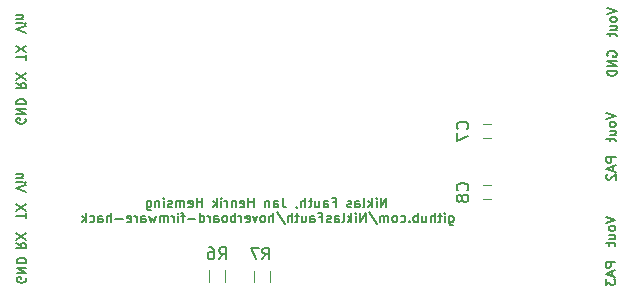
<source format=gbr>
G04 #@! TF.GenerationSoftware,KiCad,Pcbnew,(5.0.0-rc2-dev-107-g49486b83b)*
G04 #@! TF.CreationDate,2018-04-15T19:26:34+02:00*
G04 #@! TF.ProjectId,bobbycar,626F6262796361722E6B696361645F70,rev?*
G04 #@! TF.SameCoordinates,Original*
G04 #@! TF.FileFunction,Legend,Bot*
G04 #@! TF.FilePolarity,Positive*
%FSLAX46Y46*%
G04 Gerber Fmt 4.6, Leading zero omitted, Abs format (unit mm)*
G04 Created by KiCad (PCBNEW (5.0.0-rc2-dev-107-g49486b83b)) date Sun Apr 15 19:26:34 2018*
%MOMM*%
%LPD*%
G01*
G04 APERTURE LIST*
%ADD10C,0.150000*%
%ADD11C,0.200000*%
%ADD12C,0.120000*%
G04 APERTURE END LIST*
D10*
X137907380Y-104857571D02*
X137907380Y-105505190D01*
X137945476Y-105581380D01*
X137983571Y-105619476D01*
X138059761Y-105657571D01*
X138174047Y-105657571D01*
X138250238Y-105619476D01*
X137907380Y-105352809D02*
X137983571Y-105390904D01*
X138135952Y-105390904D01*
X138212142Y-105352809D01*
X138250238Y-105314714D01*
X138288333Y-105238523D01*
X138288333Y-105009952D01*
X138250238Y-104933761D01*
X138212142Y-104895666D01*
X138135952Y-104857571D01*
X137983571Y-104857571D01*
X137907380Y-104895666D01*
X137526428Y-105390904D02*
X137526428Y-104857571D01*
X137526428Y-104590904D02*
X137564523Y-104629000D01*
X137526428Y-104667095D01*
X137488333Y-104629000D01*
X137526428Y-104590904D01*
X137526428Y-104667095D01*
X137259761Y-104857571D02*
X136955000Y-104857571D01*
X137145476Y-104590904D02*
X137145476Y-105276619D01*
X137107380Y-105352809D01*
X137031190Y-105390904D01*
X136955000Y-105390904D01*
X136688333Y-105390904D02*
X136688333Y-104590904D01*
X136345476Y-105390904D02*
X136345476Y-104971857D01*
X136383571Y-104895666D01*
X136459761Y-104857571D01*
X136574047Y-104857571D01*
X136650238Y-104895666D01*
X136688333Y-104933761D01*
X135621666Y-104857571D02*
X135621666Y-105390904D01*
X135964523Y-104857571D02*
X135964523Y-105276619D01*
X135926428Y-105352809D01*
X135850238Y-105390904D01*
X135735952Y-105390904D01*
X135659761Y-105352809D01*
X135621666Y-105314714D01*
X135240714Y-105390904D02*
X135240714Y-104590904D01*
X135240714Y-104895666D02*
X135164523Y-104857571D01*
X135012142Y-104857571D01*
X134935952Y-104895666D01*
X134897857Y-104933761D01*
X134859761Y-105009952D01*
X134859761Y-105238523D01*
X134897857Y-105314714D01*
X134935952Y-105352809D01*
X135012142Y-105390904D01*
X135164523Y-105390904D01*
X135240714Y-105352809D01*
X134516904Y-105314714D02*
X134478809Y-105352809D01*
X134516904Y-105390904D01*
X134555000Y-105352809D01*
X134516904Y-105314714D01*
X134516904Y-105390904D01*
X133793095Y-105352809D02*
X133869285Y-105390904D01*
X134021666Y-105390904D01*
X134097857Y-105352809D01*
X134135952Y-105314714D01*
X134174047Y-105238523D01*
X134174047Y-105009952D01*
X134135952Y-104933761D01*
X134097857Y-104895666D01*
X134021666Y-104857571D01*
X133869285Y-104857571D01*
X133793095Y-104895666D01*
X133335952Y-105390904D02*
X133412142Y-105352809D01*
X133450238Y-105314714D01*
X133488333Y-105238523D01*
X133488333Y-105009952D01*
X133450238Y-104933761D01*
X133412142Y-104895666D01*
X133335952Y-104857571D01*
X133221666Y-104857571D01*
X133145476Y-104895666D01*
X133107380Y-104933761D01*
X133069285Y-105009952D01*
X133069285Y-105238523D01*
X133107380Y-105314714D01*
X133145476Y-105352809D01*
X133221666Y-105390904D01*
X133335952Y-105390904D01*
X132726428Y-105390904D02*
X132726428Y-104857571D01*
X132726428Y-104933761D02*
X132688333Y-104895666D01*
X132612142Y-104857571D01*
X132497857Y-104857571D01*
X132421666Y-104895666D01*
X132383571Y-104971857D01*
X132383571Y-105390904D01*
X132383571Y-104971857D02*
X132345476Y-104895666D01*
X132269285Y-104857571D01*
X132155000Y-104857571D01*
X132078809Y-104895666D01*
X132040714Y-104971857D01*
X132040714Y-105390904D01*
X131088333Y-104552809D02*
X131774047Y-105581380D01*
X130821666Y-105390904D02*
X130821666Y-104590904D01*
X130364523Y-105390904D01*
X130364523Y-104590904D01*
X129983571Y-105390904D02*
X129983571Y-104857571D01*
X129983571Y-104590904D02*
X130021666Y-104629000D01*
X129983571Y-104667095D01*
X129945476Y-104629000D01*
X129983571Y-104590904D01*
X129983571Y-104667095D01*
X129602619Y-105390904D02*
X129602619Y-104590904D01*
X129526428Y-105086142D02*
X129297857Y-105390904D01*
X129297857Y-104857571D02*
X129602619Y-105162333D01*
X128840714Y-105390904D02*
X128916904Y-105352809D01*
X128955000Y-105276619D01*
X128955000Y-104590904D01*
X128193095Y-105390904D02*
X128193095Y-104971857D01*
X128231190Y-104895666D01*
X128307380Y-104857571D01*
X128459761Y-104857571D01*
X128535952Y-104895666D01*
X128193095Y-105352809D02*
X128269285Y-105390904D01*
X128459761Y-105390904D01*
X128535952Y-105352809D01*
X128574047Y-105276619D01*
X128574047Y-105200428D01*
X128535952Y-105124238D01*
X128459761Y-105086142D01*
X128269285Y-105086142D01*
X128193095Y-105048047D01*
X127850238Y-105352809D02*
X127774047Y-105390904D01*
X127621666Y-105390904D01*
X127545476Y-105352809D01*
X127507380Y-105276619D01*
X127507380Y-105238523D01*
X127545476Y-105162333D01*
X127621666Y-105124238D01*
X127735952Y-105124238D01*
X127812142Y-105086142D01*
X127850238Y-105009952D01*
X127850238Y-104971857D01*
X127812142Y-104895666D01*
X127735952Y-104857571D01*
X127621666Y-104857571D01*
X127545476Y-104895666D01*
X126897857Y-104971857D02*
X127164523Y-104971857D01*
X127164523Y-105390904D02*
X127164523Y-104590904D01*
X126783571Y-104590904D01*
X126135952Y-105390904D02*
X126135952Y-104971857D01*
X126174047Y-104895666D01*
X126250238Y-104857571D01*
X126402619Y-104857571D01*
X126478809Y-104895666D01*
X126135952Y-105352809D02*
X126212142Y-105390904D01*
X126402619Y-105390904D01*
X126478809Y-105352809D01*
X126516904Y-105276619D01*
X126516904Y-105200428D01*
X126478809Y-105124238D01*
X126402619Y-105086142D01*
X126212142Y-105086142D01*
X126135952Y-105048047D01*
X125412142Y-104857571D02*
X125412142Y-105390904D01*
X125755000Y-104857571D02*
X125755000Y-105276619D01*
X125716904Y-105352809D01*
X125640714Y-105390904D01*
X125526428Y-105390904D01*
X125450238Y-105352809D01*
X125412142Y-105314714D01*
X125145476Y-104857571D02*
X124840714Y-104857571D01*
X125031190Y-104590904D02*
X125031190Y-105276619D01*
X124993095Y-105352809D01*
X124916904Y-105390904D01*
X124840714Y-105390904D01*
X124574047Y-105390904D02*
X124574047Y-104590904D01*
X124231190Y-105390904D02*
X124231190Y-104971857D01*
X124269285Y-104895666D01*
X124345476Y-104857571D01*
X124459761Y-104857571D01*
X124535952Y-104895666D01*
X124574047Y-104933761D01*
X123278809Y-104552809D02*
X123964523Y-105581380D01*
X123012142Y-105390904D02*
X123012142Y-104590904D01*
X122669285Y-105390904D02*
X122669285Y-104971857D01*
X122707380Y-104895666D01*
X122783571Y-104857571D01*
X122897857Y-104857571D01*
X122974047Y-104895666D01*
X123012142Y-104933761D01*
X122174047Y-105390904D02*
X122250238Y-105352809D01*
X122288333Y-105314714D01*
X122326428Y-105238523D01*
X122326428Y-105009952D01*
X122288333Y-104933761D01*
X122250238Y-104895666D01*
X122174047Y-104857571D01*
X122059761Y-104857571D01*
X121983571Y-104895666D01*
X121945476Y-104933761D01*
X121907380Y-105009952D01*
X121907380Y-105238523D01*
X121945476Y-105314714D01*
X121983571Y-105352809D01*
X122059761Y-105390904D01*
X122174047Y-105390904D01*
X121640714Y-104857571D02*
X121450238Y-105390904D01*
X121259761Y-104857571D01*
X120650238Y-105352809D02*
X120726428Y-105390904D01*
X120878809Y-105390904D01*
X120955000Y-105352809D01*
X120993095Y-105276619D01*
X120993095Y-104971857D01*
X120955000Y-104895666D01*
X120878809Y-104857571D01*
X120726428Y-104857571D01*
X120650238Y-104895666D01*
X120612142Y-104971857D01*
X120612142Y-105048047D01*
X120993095Y-105124238D01*
X120269285Y-105390904D02*
X120269285Y-104857571D01*
X120269285Y-105009952D02*
X120231190Y-104933761D01*
X120193095Y-104895666D01*
X120116904Y-104857571D01*
X120040714Y-104857571D01*
X119774047Y-105390904D02*
X119774047Y-104590904D01*
X119774047Y-104895666D02*
X119697857Y-104857571D01*
X119545476Y-104857571D01*
X119469285Y-104895666D01*
X119431190Y-104933761D01*
X119393095Y-105009952D01*
X119393095Y-105238523D01*
X119431190Y-105314714D01*
X119469285Y-105352809D01*
X119545476Y-105390904D01*
X119697857Y-105390904D01*
X119774047Y-105352809D01*
X118935952Y-105390904D02*
X119012142Y-105352809D01*
X119050238Y-105314714D01*
X119088333Y-105238523D01*
X119088333Y-105009952D01*
X119050238Y-104933761D01*
X119012142Y-104895666D01*
X118935952Y-104857571D01*
X118821666Y-104857571D01*
X118745476Y-104895666D01*
X118707380Y-104933761D01*
X118669285Y-105009952D01*
X118669285Y-105238523D01*
X118707380Y-105314714D01*
X118745476Y-105352809D01*
X118821666Y-105390904D01*
X118935952Y-105390904D01*
X117983571Y-105390904D02*
X117983571Y-104971857D01*
X118021666Y-104895666D01*
X118097857Y-104857571D01*
X118250238Y-104857571D01*
X118326428Y-104895666D01*
X117983571Y-105352809D02*
X118059761Y-105390904D01*
X118250238Y-105390904D01*
X118326428Y-105352809D01*
X118364523Y-105276619D01*
X118364523Y-105200428D01*
X118326428Y-105124238D01*
X118250238Y-105086142D01*
X118059761Y-105086142D01*
X117983571Y-105048047D01*
X117602619Y-105390904D02*
X117602619Y-104857571D01*
X117602619Y-105009952D02*
X117564523Y-104933761D01*
X117526428Y-104895666D01*
X117450238Y-104857571D01*
X117374047Y-104857571D01*
X116764523Y-105390904D02*
X116764523Y-104590904D01*
X116764523Y-105352809D02*
X116840714Y-105390904D01*
X116993095Y-105390904D01*
X117069285Y-105352809D01*
X117107380Y-105314714D01*
X117145476Y-105238523D01*
X117145476Y-105009952D01*
X117107380Y-104933761D01*
X117069285Y-104895666D01*
X116993095Y-104857571D01*
X116840714Y-104857571D01*
X116764523Y-104895666D01*
X116383571Y-105086142D02*
X115774047Y-105086142D01*
X115507380Y-104857571D02*
X115202619Y-104857571D01*
X115393095Y-105390904D02*
X115393095Y-104705190D01*
X115355000Y-104629000D01*
X115278809Y-104590904D01*
X115202619Y-104590904D01*
X114935952Y-105390904D02*
X114935952Y-104857571D01*
X114935952Y-104590904D02*
X114974047Y-104629000D01*
X114935952Y-104667095D01*
X114897857Y-104629000D01*
X114935952Y-104590904D01*
X114935952Y-104667095D01*
X114555000Y-105390904D02*
X114555000Y-104857571D01*
X114555000Y-105009952D02*
X114516904Y-104933761D01*
X114478809Y-104895666D01*
X114402619Y-104857571D01*
X114326428Y-104857571D01*
X114059761Y-105390904D02*
X114059761Y-104857571D01*
X114059761Y-104933761D02*
X114021666Y-104895666D01*
X113945476Y-104857571D01*
X113831190Y-104857571D01*
X113755000Y-104895666D01*
X113716904Y-104971857D01*
X113716904Y-105390904D01*
X113716904Y-104971857D02*
X113678809Y-104895666D01*
X113602619Y-104857571D01*
X113488333Y-104857571D01*
X113412142Y-104895666D01*
X113374047Y-104971857D01*
X113374047Y-105390904D01*
X113069285Y-104857571D02*
X112916904Y-105390904D01*
X112764523Y-105009952D01*
X112612142Y-105390904D01*
X112459761Y-104857571D01*
X111812142Y-105390904D02*
X111812142Y-104971857D01*
X111850238Y-104895666D01*
X111926428Y-104857571D01*
X112078809Y-104857571D01*
X112155000Y-104895666D01*
X111812142Y-105352809D02*
X111888333Y-105390904D01*
X112078809Y-105390904D01*
X112155000Y-105352809D01*
X112193095Y-105276619D01*
X112193095Y-105200428D01*
X112155000Y-105124238D01*
X112078809Y-105086142D01*
X111888333Y-105086142D01*
X111812142Y-105048047D01*
X111431190Y-105390904D02*
X111431190Y-104857571D01*
X111431190Y-105009952D02*
X111393095Y-104933761D01*
X111355000Y-104895666D01*
X111278809Y-104857571D01*
X111202619Y-104857571D01*
X110631190Y-105352809D02*
X110707380Y-105390904D01*
X110859761Y-105390904D01*
X110935952Y-105352809D01*
X110974047Y-105276619D01*
X110974047Y-104971857D01*
X110935952Y-104895666D01*
X110859761Y-104857571D01*
X110707380Y-104857571D01*
X110631190Y-104895666D01*
X110593095Y-104971857D01*
X110593095Y-105048047D01*
X110974047Y-105124238D01*
X110250238Y-105086142D02*
X109640714Y-105086142D01*
X109259761Y-105390904D02*
X109259761Y-104590904D01*
X108916904Y-105390904D02*
X108916904Y-104971857D01*
X108955000Y-104895666D01*
X109031190Y-104857571D01*
X109145476Y-104857571D01*
X109221666Y-104895666D01*
X109259761Y-104933761D01*
X108193095Y-105390904D02*
X108193095Y-104971857D01*
X108231190Y-104895666D01*
X108307380Y-104857571D01*
X108459761Y-104857571D01*
X108535952Y-104895666D01*
X108193095Y-105352809D02*
X108269285Y-105390904D01*
X108459761Y-105390904D01*
X108535952Y-105352809D01*
X108574047Y-105276619D01*
X108574047Y-105200428D01*
X108535952Y-105124238D01*
X108459761Y-105086142D01*
X108269285Y-105086142D01*
X108193095Y-105048047D01*
X107469285Y-105352809D02*
X107545476Y-105390904D01*
X107697857Y-105390904D01*
X107774047Y-105352809D01*
X107812142Y-105314714D01*
X107850238Y-105238523D01*
X107850238Y-105009952D01*
X107812142Y-104933761D01*
X107774047Y-104895666D01*
X107697857Y-104857571D01*
X107545476Y-104857571D01*
X107469285Y-104895666D01*
X107126428Y-105390904D02*
X107126428Y-104590904D01*
X107050238Y-105086142D02*
X106821666Y-105390904D01*
X106821666Y-104857571D02*
X107126428Y-105162333D01*
X132580380Y-104120904D02*
X132580380Y-103320904D01*
X132123238Y-104120904D01*
X132123238Y-103320904D01*
X131742285Y-104120904D02*
X131742285Y-103587571D01*
X131742285Y-103320904D02*
X131780380Y-103359000D01*
X131742285Y-103397095D01*
X131704190Y-103359000D01*
X131742285Y-103320904D01*
X131742285Y-103397095D01*
X131361333Y-104120904D02*
X131361333Y-103320904D01*
X131285142Y-103816142D02*
X131056571Y-104120904D01*
X131056571Y-103587571D02*
X131361333Y-103892333D01*
X130599428Y-104120904D02*
X130675619Y-104082809D01*
X130713714Y-104006619D01*
X130713714Y-103320904D01*
X129951809Y-104120904D02*
X129951809Y-103701857D01*
X129989904Y-103625666D01*
X130066095Y-103587571D01*
X130218476Y-103587571D01*
X130294666Y-103625666D01*
X129951809Y-104082809D02*
X130028000Y-104120904D01*
X130218476Y-104120904D01*
X130294666Y-104082809D01*
X130332761Y-104006619D01*
X130332761Y-103930428D01*
X130294666Y-103854238D01*
X130218476Y-103816142D01*
X130028000Y-103816142D01*
X129951809Y-103778047D01*
X129608952Y-104082809D02*
X129532761Y-104120904D01*
X129380380Y-104120904D01*
X129304190Y-104082809D01*
X129266095Y-104006619D01*
X129266095Y-103968523D01*
X129304190Y-103892333D01*
X129380380Y-103854238D01*
X129494666Y-103854238D01*
X129570857Y-103816142D01*
X129608952Y-103739952D01*
X129608952Y-103701857D01*
X129570857Y-103625666D01*
X129494666Y-103587571D01*
X129380380Y-103587571D01*
X129304190Y-103625666D01*
X128047047Y-103701857D02*
X128313714Y-103701857D01*
X128313714Y-104120904D02*
X128313714Y-103320904D01*
X127932761Y-103320904D01*
X127285142Y-104120904D02*
X127285142Y-103701857D01*
X127323238Y-103625666D01*
X127399428Y-103587571D01*
X127551809Y-103587571D01*
X127628000Y-103625666D01*
X127285142Y-104082809D02*
X127361333Y-104120904D01*
X127551809Y-104120904D01*
X127628000Y-104082809D01*
X127666095Y-104006619D01*
X127666095Y-103930428D01*
X127628000Y-103854238D01*
X127551809Y-103816142D01*
X127361333Y-103816142D01*
X127285142Y-103778047D01*
X126561333Y-103587571D02*
X126561333Y-104120904D01*
X126904190Y-103587571D02*
X126904190Y-104006619D01*
X126866095Y-104082809D01*
X126789904Y-104120904D01*
X126675619Y-104120904D01*
X126599428Y-104082809D01*
X126561333Y-104044714D01*
X126294666Y-103587571D02*
X125989904Y-103587571D01*
X126180380Y-103320904D02*
X126180380Y-104006619D01*
X126142285Y-104082809D01*
X126066095Y-104120904D01*
X125989904Y-104120904D01*
X125723238Y-104120904D02*
X125723238Y-103320904D01*
X125380380Y-104120904D02*
X125380380Y-103701857D01*
X125418476Y-103625666D01*
X125494666Y-103587571D01*
X125608952Y-103587571D01*
X125685142Y-103625666D01*
X125723238Y-103663761D01*
X124961333Y-104082809D02*
X124961333Y-104120904D01*
X124999428Y-104197095D01*
X125037523Y-104235190D01*
X123780380Y-103320904D02*
X123780380Y-103892333D01*
X123818476Y-104006619D01*
X123894666Y-104082809D01*
X124008952Y-104120904D01*
X124085142Y-104120904D01*
X123056571Y-104120904D02*
X123056571Y-103701857D01*
X123094666Y-103625666D01*
X123170857Y-103587571D01*
X123323238Y-103587571D01*
X123399428Y-103625666D01*
X123056571Y-104082809D02*
X123132761Y-104120904D01*
X123323238Y-104120904D01*
X123399428Y-104082809D01*
X123437523Y-104006619D01*
X123437523Y-103930428D01*
X123399428Y-103854238D01*
X123323238Y-103816142D01*
X123132761Y-103816142D01*
X123056571Y-103778047D01*
X122675619Y-103587571D02*
X122675619Y-104120904D01*
X122675619Y-103663761D02*
X122637523Y-103625666D01*
X122561333Y-103587571D01*
X122447047Y-103587571D01*
X122370857Y-103625666D01*
X122332761Y-103701857D01*
X122332761Y-104120904D01*
X121342285Y-104120904D02*
X121342285Y-103320904D01*
X121342285Y-103701857D02*
X120885142Y-103701857D01*
X120885142Y-104120904D02*
X120885142Y-103320904D01*
X120199428Y-104082809D02*
X120275619Y-104120904D01*
X120427999Y-104120904D01*
X120504190Y-104082809D01*
X120542285Y-104006619D01*
X120542285Y-103701857D01*
X120504190Y-103625666D01*
X120427999Y-103587571D01*
X120275619Y-103587571D01*
X120199428Y-103625666D01*
X120161333Y-103701857D01*
X120161333Y-103778047D01*
X120542285Y-103854238D01*
X119818476Y-103587571D02*
X119818476Y-104120904D01*
X119818476Y-103663761D02*
X119780380Y-103625666D01*
X119704190Y-103587571D01*
X119589904Y-103587571D01*
X119513714Y-103625666D01*
X119475619Y-103701857D01*
X119475619Y-104120904D01*
X119094666Y-104120904D02*
X119094666Y-103587571D01*
X119094666Y-103739952D02*
X119056571Y-103663761D01*
X119018476Y-103625666D01*
X118942285Y-103587571D01*
X118866095Y-103587571D01*
X118599428Y-104120904D02*
X118599428Y-103587571D01*
X118599428Y-103320904D02*
X118637523Y-103359000D01*
X118599428Y-103397095D01*
X118561333Y-103359000D01*
X118599428Y-103320904D01*
X118599428Y-103397095D01*
X118218476Y-104120904D02*
X118218476Y-103320904D01*
X118142285Y-103816142D02*
X117913714Y-104120904D01*
X117913714Y-103587571D02*
X118218476Y-103892333D01*
X116961333Y-104120904D02*
X116961333Y-103320904D01*
X116961333Y-103701857D02*
X116504190Y-103701857D01*
X116504190Y-104120904D02*
X116504190Y-103320904D01*
X115818476Y-104082809D02*
X115894666Y-104120904D01*
X116047047Y-104120904D01*
X116123238Y-104082809D01*
X116161333Y-104006619D01*
X116161333Y-103701857D01*
X116123238Y-103625666D01*
X116047047Y-103587571D01*
X115894666Y-103587571D01*
X115818476Y-103625666D01*
X115780380Y-103701857D01*
X115780380Y-103778047D01*
X116161333Y-103854238D01*
X115437523Y-104120904D02*
X115437523Y-103587571D01*
X115437523Y-103663761D02*
X115399428Y-103625666D01*
X115323238Y-103587571D01*
X115208952Y-103587571D01*
X115132761Y-103625666D01*
X115094666Y-103701857D01*
X115094666Y-104120904D01*
X115094666Y-103701857D02*
X115056571Y-103625666D01*
X114980380Y-103587571D01*
X114866095Y-103587571D01*
X114789904Y-103625666D01*
X114751809Y-103701857D01*
X114751809Y-104120904D01*
X114408952Y-104082809D02*
X114332761Y-104120904D01*
X114180380Y-104120904D01*
X114104190Y-104082809D01*
X114066095Y-104006619D01*
X114066095Y-103968523D01*
X114104190Y-103892333D01*
X114180380Y-103854238D01*
X114294666Y-103854238D01*
X114370857Y-103816142D01*
X114408952Y-103739952D01*
X114408952Y-103701857D01*
X114370857Y-103625666D01*
X114294666Y-103587571D01*
X114180380Y-103587571D01*
X114104190Y-103625666D01*
X113723238Y-104120904D02*
X113723238Y-103587571D01*
X113723238Y-103320904D02*
X113761333Y-103359000D01*
X113723238Y-103397095D01*
X113685142Y-103359000D01*
X113723238Y-103320904D01*
X113723238Y-103397095D01*
X113342285Y-103587571D02*
X113342285Y-104120904D01*
X113342285Y-103663761D02*
X113304190Y-103625666D01*
X113228000Y-103587571D01*
X113113714Y-103587571D01*
X113037523Y-103625666D01*
X112999428Y-103701857D01*
X112999428Y-104120904D01*
X112275619Y-103587571D02*
X112275619Y-104235190D01*
X112313714Y-104311380D01*
X112351809Y-104349476D01*
X112428000Y-104387571D01*
X112542285Y-104387571D01*
X112618476Y-104349476D01*
X112275619Y-104082809D02*
X112351809Y-104120904D01*
X112504190Y-104120904D01*
X112580380Y-104082809D01*
X112618476Y-104044714D01*
X112656571Y-103968523D01*
X112656571Y-103739952D01*
X112618476Y-103663761D01*
X112580380Y-103625666D01*
X112504190Y-103587571D01*
X112351809Y-103587571D01*
X112275619Y-103625666D01*
D11*
X151936404Y-108794666D02*
X151136404Y-108794666D01*
X151136404Y-109099428D01*
X151174500Y-109175619D01*
X151212595Y-109213714D01*
X151288785Y-109251809D01*
X151403071Y-109251809D01*
X151479261Y-109213714D01*
X151517357Y-109175619D01*
X151555452Y-109099428D01*
X151555452Y-108794666D01*
X151707833Y-109556571D02*
X151707833Y-109937523D01*
X151936404Y-109480380D02*
X151136404Y-109747047D01*
X151936404Y-110013714D01*
X151136404Y-110204190D02*
X151136404Y-110699428D01*
X151441166Y-110432761D01*
X151441166Y-110547047D01*
X151479261Y-110623238D01*
X151517357Y-110661333D01*
X151593547Y-110699428D01*
X151784023Y-110699428D01*
X151860214Y-110661333D01*
X151898309Y-110623238D01*
X151936404Y-110547047D01*
X151936404Y-110318476D01*
X151898309Y-110242285D01*
X151860214Y-110204190D01*
X151999904Y-99904666D02*
X151199904Y-99904666D01*
X151199904Y-100209428D01*
X151238000Y-100285619D01*
X151276095Y-100323714D01*
X151352285Y-100361809D01*
X151466571Y-100361809D01*
X151542761Y-100323714D01*
X151580857Y-100285619D01*
X151618952Y-100209428D01*
X151618952Y-99904666D01*
X151771333Y-100666571D02*
X151771333Y-101047523D01*
X151999904Y-100590380D02*
X151199904Y-100857047D01*
X151999904Y-101123714D01*
X151276095Y-101352285D02*
X151238000Y-101390380D01*
X151199904Y-101466571D01*
X151199904Y-101657047D01*
X151238000Y-101733238D01*
X151276095Y-101771333D01*
X151352285Y-101809428D01*
X151428476Y-101809428D01*
X151542761Y-101771333D01*
X151999904Y-101314190D01*
X151999904Y-101809428D01*
X101238095Y-107130833D02*
X101619047Y-107397500D01*
X101238095Y-107587976D02*
X102038095Y-107587976D01*
X102038095Y-107283214D01*
X102000000Y-107207023D01*
X101961904Y-107168928D01*
X101885714Y-107130833D01*
X101771428Y-107130833D01*
X101695238Y-107168928D01*
X101657142Y-107207023D01*
X101619047Y-107283214D01*
X101619047Y-107587976D01*
X102038095Y-106864166D02*
X101238095Y-106330833D01*
X102038095Y-106330833D02*
X101238095Y-106864166D01*
X102038095Y-105067023D02*
X102038095Y-104609880D01*
X101238095Y-104838452D02*
X102038095Y-104838452D01*
X102038095Y-104419404D02*
X101238095Y-103886071D01*
X102038095Y-103886071D02*
X101238095Y-104419404D01*
X101238095Y-93605333D02*
X101619047Y-93872000D01*
X101238095Y-94062476D02*
X102038095Y-94062476D01*
X102038095Y-93757714D01*
X102000000Y-93681523D01*
X101961904Y-93643428D01*
X101885714Y-93605333D01*
X101771428Y-93605333D01*
X101695238Y-93643428D01*
X101657142Y-93681523D01*
X101619047Y-93757714D01*
X101619047Y-94062476D01*
X102038095Y-93338666D02*
X101238095Y-92805333D01*
X102038095Y-92805333D02*
X101238095Y-93338666D01*
X102038095Y-91668523D02*
X102038095Y-91211380D01*
X101238095Y-91439952D02*
X102038095Y-91439952D01*
X102038095Y-91020904D02*
X101238095Y-90487571D01*
X102038095Y-90487571D02*
X101238095Y-91020904D01*
X151136404Y-104952952D02*
X151936404Y-105219619D01*
X151136404Y-105486285D01*
X151936404Y-105867238D02*
X151898309Y-105791047D01*
X151860214Y-105752952D01*
X151784023Y-105714857D01*
X151555452Y-105714857D01*
X151479261Y-105752952D01*
X151441166Y-105791047D01*
X151403071Y-105867238D01*
X151403071Y-105981523D01*
X151441166Y-106057714D01*
X151479261Y-106095809D01*
X151555452Y-106133904D01*
X151784023Y-106133904D01*
X151860214Y-106095809D01*
X151898309Y-106057714D01*
X151936404Y-105981523D01*
X151936404Y-105867238D01*
X151403071Y-106819619D02*
X151936404Y-106819619D01*
X151403071Y-106476761D02*
X151822119Y-106476761D01*
X151898309Y-106514857D01*
X151936404Y-106591047D01*
X151936404Y-106705333D01*
X151898309Y-106781523D01*
X151860214Y-106819619D01*
X151403071Y-107086285D02*
X151403071Y-107391047D01*
X151136404Y-107200571D02*
X151822119Y-107200571D01*
X151898309Y-107238666D01*
X151936404Y-107314857D01*
X151936404Y-107391047D01*
X151199904Y-96126452D02*
X151999904Y-96393119D01*
X151199904Y-96659785D01*
X151999904Y-97040738D02*
X151961809Y-96964547D01*
X151923714Y-96926452D01*
X151847523Y-96888357D01*
X151618952Y-96888357D01*
X151542761Y-96926452D01*
X151504666Y-96964547D01*
X151466571Y-97040738D01*
X151466571Y-97155023D01*
X151504666Y-97231214D01*
X151542761Y-97269309D01*
X151618952Y-97307404D01*
X151847523Y-97307404D01*
X151923714Y-97269309D01*
X151961809Y-97231214D01*
X151999904Y-97155023D01*
X151999904Y-97040738D01*
X151466571Y-97993119D02*
X151999904Y-97993119D01*
X151466571Y-97650261D02*
X151885619Y-97650261D01*
X151961809Y-97688357D01*
X151999904Y-97764547D01*
X151999904Y-97878833D01*
X151961809Y-97955023D01*
X151923714Y-97993119D01*
X151466571Y-98259785D02*
X151466571Y-98564547D01*
X151199904Y-98374071D02*
X151885619Y-98374071D01*
X151961809Y-98412166D01*
X151999904Y-98488357D01*
X151999904Y-98564547D01*
X151263404Y-87236452D02*
X152063404Y-87503119D01*
X151263404Y-87769785D01*
X152063404Y-88150738D02*
X152025309Y-88074547D01*
X151987214Y-88036452D01*
X151911023Y-87998357D01*
X151682452Y-87998357D01*
X151606261Y-88036452D01*
X151568166Y-88074547D01*
X151530071Y-88150738D01*
X151530071Y-88265023D01*
X151568166Y-88341214D01*
X151606261Y-88379309D01*
X151682452Y-88417404D01*
X151911023Y-88417404D01*
X151987214Y-88379309D01*
X152025309Y-88341214D01*
X152063404Y-88265023D01*
X152063404Y-88150738D01*
X151530071Y-89103119D02*
X152063404Y-89103119D01*
X151530071Y-88760261D02*
X151949119Y-88760261D01*
X152025309Y-88798357D01*
X152063404Y-88874547D01*
X152063404Y-88988833D01*
X152025309Y-89065023D01*
X151987214Y-89103119D01*
X151530071Y-89369785D02*
X151530071Y-89674547D01*
X151263404Y-89484071D02*
X151949119Y-89484071D01*
X152025309Y-89522166D01*
X152063404Y-89598357D01*
X152063404Y-89674547D01*
X151301500Y-91338476D02*
X151263404Y-91262285D01*
X151263404Y-91148000D01*
X151301500Y-91033714D01*
X151377690Y-90957523D01*
X151453880Y-90919428D01*
X151606261Y-90881333D01*
X151720547Y-90881333D01*
X151872928Y-90919428D01*
X151949119Y-90957523D01*
X152025309Y-91033714D01*
X152063404Y-91148000D01*
X152063404Y-91224190D01*
X152025309Y-91338476D01*
X151987214Y-91376571D01*
X151720547Y-91376571D01*
X151720547Y-91224190D01*
X152063404Y-91719428D02*
X151263404Y-91719428D01*
X152063404Y-92176571D01*
X151263404Y-92176571D01*
X152063404Y-92557523D02*
X151263404Y-92557523D01*
X151263404Y-92748000D01*
X151301500Y-92862285D01*
X151377690Y-92938476D01*
X151453880Y-92976571D01*
X151606261Y-93014666D01*
X151720547Y-93014666D01*
X151872928Y-92976571D01*
X151949119Y-92938476D01*
X152025309Y-92862285D01*
X152063404Y-92748000D01*
X152063404Y-92557523D01*
X102000000Y-96621523D02*
X102038095Y-96697714D01*
X102038095Y-96812000D01*
X102000000Y-96926285D01*
X101923809Y-97002476D01*
X101847619Y-97040571D01*
X101695238Y-97078666D01*
X101580952Y-97078666D01*
X101428571Y-97040571D01*
X101352380Y-97002476D01*
X101276190Y-96926285D01*
X101238095Y-96812000D01*
X101238095Y-96735809D01*
X101276190Y-96621523D01*
X101314285Y-96583428D01*
X101580952Y-96583428D01*
X101580952Y-96735809D01*
X101238095Y-96240571D02*
X102038095Y-96240571D01*
X101238095Y-95783428D01*
X102038095Y-95783428D01*
X101238095Y-95402476D02*
X102038095Y-95402476D01*
X102038095Y-95212000D01*
X102000000Y-95097714D01*
X101923809Y-95021523D01*
X101847619Y-94983428D01*
X101695238Y-94945333D01*
X101580952Y-94945333D01*
X101428571Y-94983428D01*
X101352380Y-95021523D01*
X101276190Y-95097714D01*
X101238095Y-95212000D01*
X101238095Y-95402476D01*
X102063500Y-110083523D02*
X102101595Y-110159714D01*
X102101595Y-110274000D01*
X102063500Y-110388285D01*
X101987309Y-110464476D01*
X101911119Y-110502571D01*
X101758738Y-110540666D01*
X101644452Y-110540666D01*
X101492071Y-110502571D01*
X101415880Y-110464476D01*
X101339690Y-110388285D01*
X101301595Y-110274000D01*
X101301595Y-110197809D01*
X101339690Y-110083523D01*
X101377785Y-110045428D01*
X101644452Y-110045428D01*
X101644452Y-110197809D01*
X101301595Y-109702571D02*
X102101595Y-109702571D01*
X101301595Y-109245428D01*
X102101595Y-109245428D01*
X101301595Y-108864476D02*
X102101595Y-108864476D01*
X102101595Y-108674000D01*
X102063500Y-108559714D01*
X101987309Y-108483523D01*
X101911119Y-108445428D01*
X101758738Y-108407333D01*
X101644452Y-108407333D01*
X101492071Y-108445428D01*
X101415880Y-108483523D01*
X101339690Y-108559714D01*
X101301595Y-108674000D01*
X101301595Y-108864476D01*
X102038095Y-89338047D02*
X101238095Y-89071380D01*
X102038095Y-88804714D01*
X101238095Y-88538047D02*
X101771428Y-88538047D01*
X102038095Y-88538047D02*
X102000000Y-88576142D01*
X101961904Y-88538047D01*
X102000000Y-88499952D01*
X102038095Y-88538047D01*
X101961904Y-88538047D01*
X101771428Y-88157095D02*
X101238095Y-88157095D01*
X101695238Y-88157095D02*
X101733333Y-88119000D01*
X101771428Y-88042809D01*
X101771428Y-87928523D01*
X101733333Y-87852333D01*
X101657142Y-87814238D01*
X101238095Y-87814238D01*
X102038095Y-102800047D02*
X101238095Y-102533380D01*
X102038095Y-102266714D01*
X101238095Y-102000047D02*
X101771428Y-102000047D01*
X102038095Y-102000047D02*
X102000000Y-102038142D01*
X101961904Y-102000047D01*
X102000000Y-101961952D01*
X102038095Y-102000047D01*
X101961904Y-102000047D01*
X101771428Y-101619095D02*
X101238095Y-101619095D01*
X101695238Y-101619095D02*
X101733333Y-101581000D01*
X101771428Y-101504809D01*
X101771428Y-101390523D01*
X101733333Y-101314333D01*
X101657142Y-101276238D01*
X101238095Y-101276238D01*
D12*
X121367000Y-109494000D02*
X121367000Y-110494000D01*
X122727000Y-110494000D02*
X122727000Y-109494000D01*
X117557000Y-109470000D02*
X117557000Y-110470000D01*
X118917000Y-110470000D02*
X118917000Y-109470000D01*
X140747000Y-98263000D02*
X141447000Y-98263000D01*
X141447000Y-97063000D02*
X140747000Y-97063000D01*
X140747000Y-103470000D02*
X141447000Y-103470000D01*
X141447000Y-102270000D02*
X140747000Y-102270000D01*
D10*
X122086666Y-108553380D02*
X122420000Y-108077190D01*
X122658095Y-108553380D02*
X122658095Y-107553380D01*
X122277142Y-107553380D01*
X122181904Y-107601000D01*
X122134285Y-107648619D01*
X122086666Y-107743857D01*
X122086666Y-107886714D01*
X122134285Y-107981952D01*
X122181904Y-108029571D01*
X122277142Y-108077190D01*
X122658095Y-108077190D01*
X121753333Y-107553380D02*
X121086666Y-107553380D01*
X121515238Y-108553380D01*
X118403666Y-108529380D02*
X118737000Y-108053190D01*
X118975095Y-108529380D02*
X118975095Y-107529380D01*
X118594142Y-107529380D01*
X118498904Y-107577000D01*
X118451285Y-107624619D01*
X118403666Y-107719857D01*
X118403666Y-107862714D01*
X118451285Y-107957952D01*
X118498904Y-108005571D01*
X118594142Y-108053190D01*
X118975095Y-108053190D01*
X117546523Y-107529380D02*
X117737000Y-107529380D01*
X117832238Y-107577000D01*
X117879857Y-107624619D01*
X117975095Y-107767476D01*
X118022714Y-107957952D01*
X118022714Y-108338904D01*
X117975095Y-108434142D01*
X117927476Y-108481761D01*
X117832238Y-108529380D01*
X117641761Y-108529380D01*
X117546523Y-108481761D01*
X117498904Y-108434142D01*
X117451285Y-108338904D01*
X117451285Y-108100809D01*
X117498904Y-108005571D01*
X117546523Y-107957952D01*
X117641761Y-107910333D01*
X117832238Y-107910333D01*
X117927476Y-107957952D01*
X117975095Y-108005571D01*
X118022714Y-108100809D01*
X139422142Y-97496333D02*
X139469761Y-97448714D01*
X139517380Y-97305857D01*
X139517380Y-97210619D01*
X139469761Y-97067761D01*
X139374523Y-96972523D01*
X139279285Y-96924904D01*
X139088809Y-96877285D01*
X138945952Y-96877285D01*
X138755476Y-96924904D01*
X138660238Y-96972523D01*
X138565000Y-97067761D01*
X138517380Y-97210619D01*
X138517380Y-97305857D01*
X138565000Y-97448714D01*
X138612619Y-97496333D01*
X138517380Y-97829666D02*
X138517380Y-98496333D01*
X139517380Y-98067761D01*
X139422142Y-102703333D02*
X139469761Y-102655714D01*
X139517380Y-102512857D01*
X139517380Y-102417619D01*
X139469761Y-102274761D01*
X139374523Y-102179523D01*
X139279285Y-102131904D01*
X139088809Y-102084285D01*
X138945952Y-102084285D01*
X138755476Y-102131904D01*
X138660238Y-102179523D01*
X138565000Y-102274761D01*
X138517380Y-102417619D01*
X138517380Y-102512857D01*
X138565000Y-102655714D01*
X138612619Y-102703333D01*
X138945952Y-103274761D02*
X138898333Y-103179523D01*
X138850714Y-103131904D01*
X138755476Y-103084285D01*
X138707857Y-103084285D01*
X138612619Y-103131904D01*
X138565000Y-103179523D01*
X138517380Y-103274761D01*
X138517380Y-103465238D01*
X138565000Y-103560476D01*
X138612619Y-103608095D01*
X138707857Y-103655714D01*
X138755476Y-103655714D01*
X138850714Y-103608095D01*
X138898333Y-103560476D01*
X138945952Y-103465238D01*
X138945952Y-103274761D01*
X138993571Y-103179523D01*
X139041190Y-103131904D01*
X139136428Y-103084285D01*
X139326904Y-103084285D01*
X139422142Y-103131904D01*
X139469761Y-103179523D01*
X139517380Y-103274761D01*
X139517380Y-103465238D01*
X139469761Y-103560476D01*
X139422142Y-103608095D01*
X139326904Y-103655714D01*
X139136428Y-103655714D01*
X139041190Y-103608095D01*
X138993571Y-103560476D01*
X138945952Y-103465238D01*
M02*

</source>
